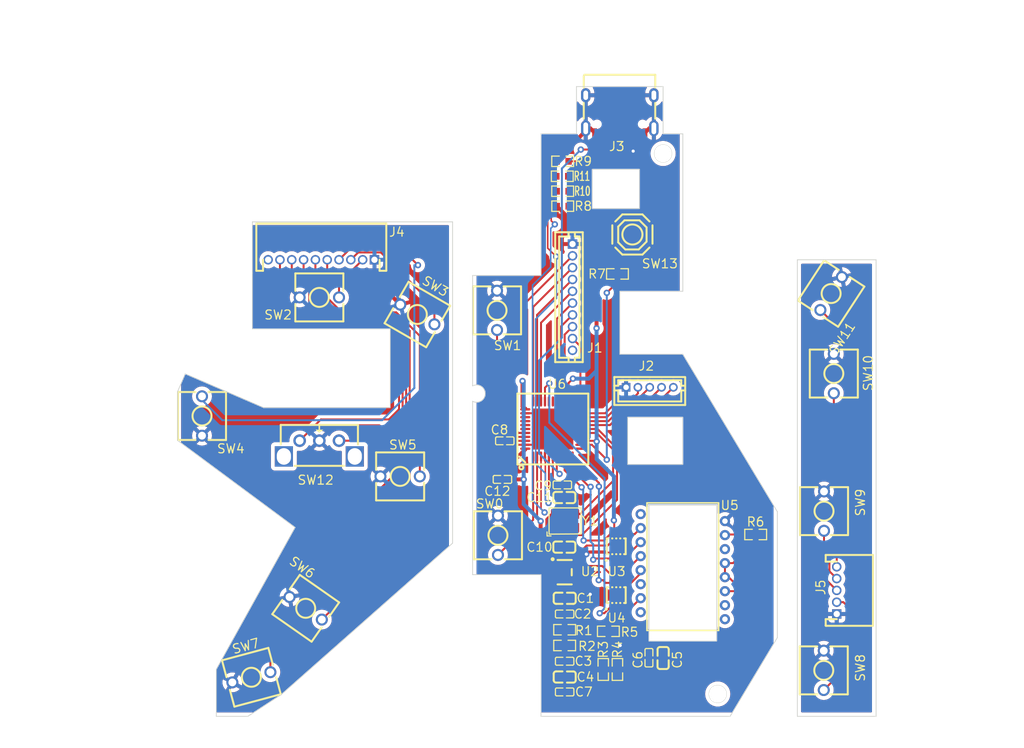
<source format=kicad_pcb>
(kicad_pcb (version 20221018) (generator pcbnew)
  (layers (0 "F.Cu" signal) (31 "B.Cu" signal) (34 "B.Paste" user) (35 "F.Paste" user) (36 "B.SilkS" user "B.Silkscreen") (37 "F.SilkS" user "F.Silkscreen") (38 "B.Mask" user) (39 "F.Mask" user) (44 "Edge.Cuts" user))
  (net 0 "")
  (net 1 "GND")
  (net 2 "RE0B")
  (net 3 "RE0A")
  (net 4 "NCS")
  (net 5 "MOSI")
  (net 6 "MISO")
  (net 7 "SCLK")
  (net 8 "VCC")
  (net 9 "RESET")
  (net 10 "Net-(U2-FB)")
  (net 11 "Net-(U2-OUT)")
  (net 12 "NCS1.9V")
  (net 13 "SCLK1.9V")
  (net 14 "MISO1.9V")
  (net 15 "MOSI1.9V")
  (net 16 "Net-(U5-VDDPIX)")
  (net 17 "Net-(U5-~{RESET})")
  (net 19 "Net-(U5-LED_P)")
  (net 20 "SW8")
  (net 21 "SW6")
  (net 22 "SW5")
  (net 23 "SW7")
  (net 24 "SW4")
  (net 25 "SW3")
  (net 26 "SW2")
  (net 27 "SW1")
  (net 28 "SW0")
  (net 29 "SW9")
  (net 30 "SW10")
  (net 31 "SW11")
  (net 32 "D-")
  (net 33 "D+")
  (net 34 "Net-(J3-CC1)")
  (net 35 "Net-(J3-CC2)")
  (net 36 "Net-(U6-XTAL1)")
  (net 37 "Net-(U6-XTAL2)")
  (net 38 "Net-(U6-AREF)")
  (net 39 "Net-(U6-UCAP)")
  (net 40 "VBUS")
  (net 49 "SW3_F")
  (net 50 "SW2_F")
  (net 51 "SW7_F")
  (net 52 "SW11_B")
  (net 53 "SW4_F")
  (net 54 "SW5_F")
  (net 55 "SW6_F")
  (net 56 "SW8_B")
  (net 57 "SW9_B")
  (net 58 "SW10_B")
  (net 59 "RE0A_F")
  (net 60 "RE0B_F")
  (net 66 "Net-(J3-D--Pad5)")
  (net 67 "Net-(J3-D+-Pad6)")
  (footprint "0:C0402" (layer "F.Cu") (at 121.388 107.6)
    (fp_text reference "C9")
    (fp_text value "1uF" hide)
  )
  (footprint "0:TPS73601DBVR C59200" (layer "F.Cu") (at 121.683 118.69 180)
    (fp_text reference "U2")
    (fp_text value "TPS73601DBV" hide)
  )
  (footprint "0:C0603" (layer "F.Cu") (at 134.183 129.6 -90)
    (fp_text reference "C5")
    (fp_text value "10uF" hide)
  )
  (footprint "0:SW-TH_L6.2-W6.2-P5.00" (layer "F.Cu") (at 155.854 93.455 -90)
    (fp_text reference "SW10")
    (fp_text value "SW_PUSH" hide)
  )
  (footprint "0:C0402" (layer "F.Cu") (at 114.083 102 180)
    (fp_text reference "C8")
    (fp_text value "0.1uF" hide)
  )
  (footprint "0:CONN-TH_S5B-ZR-LF-SN" (layer "F.Cu") (at 156.223 121 90)
    (fp_text reference "J5")
    (fp_text value "Conn_01x05_Pin" hide)
  )
  (footprint "0:R0603" (layer "F.Cu") (at 128.383 131.047 -90)
    (fp_text reference "R4")
    (fp_text value "10k" hide)
  )
  (footprint "0:R0603" (layer "F.Cu") (at 121.383 68.39)
    (fp_text reference "R11")
    (fp_text value "22" hide)
  )
  (footprint "0:SW-TH_L6.2-W6.2-P5.00" (layer "F.Cu") (at 102.983 85.952 -30)
    (fp_text reference "SW3")
    (fp_text value "SW_PUSH" hide)
  )
  (footprint "0:SW-TH_L6.2-W6.2-P5.00" (layer "F.Cu") (at 154.577 131.161 -90)
    (fp_text reference "SW8")
    (fp_text value "SW_PUSH" hide)
  )
  (footprint "0:C0402" (layer "F.Cu") (at 121.683 130 180)
    (fp_text reference "C3")
    (fp_text value "0.1uF" hide)
  )
  (footprint "0:hole 2.2mm" (layer "F.Cu") (at 141.116 134.163)
    (fp_text reference "REF**" hide)
    (fp_text value "hole 2.2mm" hide)
  )
  (footprint "0:R0603" (layer "F.Cu") (at 121.43 66.49)
    (fp_text reference "R9")
    (fp_text value "5.1k" hide)
  )
  (footprint "0:R0603" (layer "F.Cu") (at 121.683 128 180)
    (fp_text reference "R2")
    (fp_text value "63.4k" hide)
  )
  (footprint "PMW3360DM-T2QU:PMW3360" (layer "F.Cu") (at 136.683 117.985 180)
    (fp_text reference "U5")
    (fp_text value "PMW3360DM-T2QU" hide)
    (fp_line (start -4.445 -7.9375) (end 4.445 -7.9375) (stroke (width 0.01)) (layer "Edge.Cuts"))
    (fp_line (start -4.445 7.9375) (end -4.445 -7.9375) (stroke (width 0.01)) (layer "Edge.Cuts"))
    (fp_line (start 4.445 -7.9375) (end 4.445 7.9375) (stroke (width 0.01)) (layer "Edge.Cuts"))
    (fp_line (start 4.445 7.9375) (end -4.445 7.9375) (stroke (width 0.01)) (layer "Edge.Cuts"))
  )
  (footprint "0:R0603" (layer "F.Cu") (at 127.233 126.2 180)
    (fp_text reference "R5")
    (fp_text value "39" hide)
  )
  (footprint "0:C0603" (layer "F.Cu") (at 121.633 115.5 180)
    (fp_text reference "C10")
    (fp_text value "22p" hide)
  )
  (footprint "0:SW-TH_L6.2-W6.2-P5.00" (layer "F.Cu") (at 154.611 110.931 -90)
    (fp_text reference "SW9")
    (fp_text value "SW_PUSH" hide)
  )
  (footprint "0:hole 2.2mm" (layer "F.Cu") (at 134.183 65.5)
    (fp_text reference "REF**" hide)
    (fp_text value "hole 2.2mm" hide)
  )
  (footprint "0:SW-TH_CEN971112R02" (layer "F.Cu") (at 90.54 102.982 180)
    (fp_text reference "SW12")
    (fp_text value "RotaryEncoder" hide)
  )
  (footprint "0:SW-TH_L6.2-W6.2-P5.00" (layer "F.Cu") (at 88.809 123.275 -35)
    (fp_text reference "SW6")
    (fp_text value "SW_PUSH" hide)
  )
  (footprint "0:R0603" (layer "F.Cu") (at 145.933 113.9 180)
    (fp_text reference "R6")
    (fp_text value "10k" hide)
  )
  (footprint "0:R0603" (layer "F.Cu") (at 121.43 70.29)
    (fp_text reference "R10")
    (fp_text value "22" hide)
  )
  (footprint "0:SW-SMD_4P-L5.1-W5.1-P3.70-LS6.5-TL-2" (layer "F.Cu") (at 130.283 75.79)
    (fp_text reference "SW13")
    (fp_text value "SW_RESET" hide)
  )
  (footprint "0:C0402" (layer "F.Cu") (at 121.683 133.9 180)
    (fp_text reference "C7")
    (fp_text value "0.1uF" hide)
  )
  (footprint "0:SW-TH_L6.2-W6.2-P5.00" (layer "F.Cu") (at 81.912 132.038 15)
    (fp_text reference "SW7")
    (fp_text value "SW_PUSH" hide)
  )
  (footprint "0:SW-TH_L6.2-W6.2-P5.00" (layer "F.Cu") (at 113.217 114 -90)
    (fp_text reference "SW0")
    (fp_text value "SW_PUSH" hide)
  )
  (footprint "0:TXS0102DCUR C53434" (layer "F.Cu") (at 128.233 115.4)
    (fp_text reference "U3")
    (fp_text value "TXS0102DCU" hide)
  )
  (footprint "0:CONN-TH_5P-P1.50_B5B-ZR-LF-SN" (layer "F.Cu") (at 132.483 95.2)
    (fp_text reference "J2")
    (fp_text value "Conn_01x05_Pin" hide)
  )
  (footprint "0:ATMEGA32U4-MU VQFN-44_L7.0-W7.0-P0.50-BL-EP5.2" (layer "F.Cu") (at 120.183 100.5)
    (fp_text reference "U6")
    (fp_text value "ATmega32U4-M" hide)
  )
  (footprint "0:C0603" (layer "F.Cu") (at 121.683 132 180)
    (fp_text reference "C4")
    (fp_text value "10uF" hide)
  )
  (footprint "0:Crystals ROHS 16MHz OSC-SMD_4P-L3.2-W2.5-BL" (layer "F.Cu") (at 121.733 112.175)
    (fp_text reference "Y1")
    (fp_text value "16MHz" hide)
  )
  (footprint "0:C0603" (layer "F.Cu") (at 121.683 122 180)
    (fp_text reference "C1")
    (fp_text value "10uF" hide)
  )
  (footprint "0:R0603" (layer "F.Cu") (at 121.436 72.19)
    (fp_text reference "R8")
    (fp_text value "5.1k" hide)
  )
  (footprint "0:USB-C-SMD_TYPE-C-6PIN-2MD-073" (layer "F.Cu") (at 128.683 60.475 180)
    (fp_text reference "J3")
    (fp_text value "USB_C_Receptacle_USB2.0" hide)
  )
  (footprint "0:SW-TH_L6.2-W6.2-P5.00" (layer "F.Cu") (at 113.1 85.428 -90)
    (fp_text reference "SW1")
    (fp_text value "SW_PUSH" hide)
  )
  (footprint "0:CONN-TH_S10B-ZR-LF-SN" (layer "F.Cu") (at 94.54 79 180)
    (fp_text reference "J4")
    (fp_text value "Conn_01x10_Pin" hide)
  )
  (footprint "0:SW-TH_L6.2-W6.2-P5.00" (layer "F.Cu") (at 100.797 106.519)
    (fp_text reference "SW5")
    (fp_text value "SW_PUSH" hide)
  )
  (footprint "0:C0402" (layer "F.Cu") (at 132.383 129.555 -90)
    (fp_text reference "C6")
    (fp_text value "0.1uF" hide)
  )
  (footprint "0:C0402" (layer "F.Cu") (at 121.683 124 180)
    (fp_text reference "C2")
    (fp_text value "0.1uF" hide)
  )
  (footprint "0:SW-TH_L6.2-W6.2-P5.00" (layer "F.Cu") (at 155.513 83.29 -123.125)
    (fp_text reference "SW11")
    (fp_text value "SW_PUSH" hide)
  )
  (footprint "0:R0603" (layer "F.Cu") (at 126.583 131.047 -90)
    (fp_text reference "R3")
    (fp_text value "10k" hide)
  )
  (footprint "0:CONN-TH_B10B-ZR-LF-SN" (layer "F.Cu") (at 122.683 83.75 90)
    (fp_text reference "J1")
    (fp_text value "Conn_01x10_Pin" hide)
  )
  (footprint "0:TXS0102DCUR C53434" (layer "F.Cu") (at 128.233 121.6)
    (fp_text reference "U4")
    (fp_text value "TXS0102DCU" hide)
  )
  (footprint "0:C0603" (layer "F.Cu") (at 121.633 109.2 180)
    (fp_text reference "C11")
    (fp_text value "22p" hide)
  )
  (footprint "0:R0603" (layer "F.Cu") (at 128.386 80.8 180)
    (fp_text reference "R7")
    (fp_text value "10k" hide)
  )
  (footprint "0:R0603" (layer "F.Cu") (at 121.683 126 180)
    (fp_text reference "R1")
    (fp_text value "37.4k" hide)
  )
  (footprint "0:SW-TH_L6.2-W6.2-P5.00" (layer "F.Cu") (at 90.54 83.782)
    (fp_text reference "SW2")
    (fp_text value "SW_PUSH" hide)
  )
  (footprint "0:C0402" (layer "F.Cu") (at 113.783 106.9 180)
    (fp_text reference "C12")
    (fp_text value "0.1uF" hide)
  )
  (footprint "0:SW-TH_L6.2-W6.2-P5.00" (layer "F.Cu") (at 75.645 98.846 90)
    (fp_text reference "SW4")
    (fp_text value "SW_PUSH" hide)
  )
  (gr_line (start 123.183 57) (end 134.183 57) (stroke (width 0.1)) (layer "Edge.Cuts"))
  (gr_line (start 125.183 72.5) (end 125.183 67.5) (stroke (width 0.1)) (layer "Edge.Cuts"))
  (gr_line (start 99.54 87.782) (end 99.54 97.782) (stroke (width 0.1)) (layer "Edge.Cuts"))
  (gr_line (start 128.683 91) (end 136.683 91) (stroke (width 0.1)) (layer "Edge.Cuts"))
  (gr_line (start 131.183 67.5) (end 131.183 72.5) (stroke (width 0.1)) (layer "Edge.Cuts"))
  (gr_line (start 151.223 137) (end 161.223 137) (stroke (width 0.1)) (layer "Edge.Cuts"))
  (gr_line (start 151.223 79) (end 151.223 137) (stroke (width 0.1)) (layer "Edge.Cuts"))
  (gr_line (start 136.683 83) (end 128.683 83) (stroke (width 0.1)) (layer "Edge.Cuts"))
  (gr_arc (start 110 95.020001) (mid 111.600181 96) (end 110 96.979999) (stroke (width 0.1)) (layer "Edge.Cuts"))
  (gr_line (start 73.518 93.49) (end 72.545 95.746) (stroke (width 0.1)) (layer "Edge.Cuts"))
  (gr_line (start 125.183 72.5) (end 131.183 72.5) (stroke (width 0.1)) (layer "Edge.Cuts"))
  (gr_line (start 123.183 63) (end 123.183 57) (stroke (width 0.1)) (layer "Edge.Cuts"))
  (gr_line (start 107.46 80.682) (end 107.46 115) (stroke (width 0.1)) (layer "Edge.Cuts"))
  (gr_line (start 77.46 137) (end 81.46 137) (stroke (width 0.1)) (layer "Edge.Cuts"))
  (gr_line (start 110 81) (end 110 95.02) (stroke (width 0.1)) (layer "Edge.Cuts"))
  (gr_line (start 118.683 137) (end 118.683 119) (stroke (width 0.1)) (layer "Edge.Cuts"))
  (gr_line (start 129.683 99) (end 136.683 99) (stroke (width 0.1)) (layer "Edge.Cuts"))
  (gr_line (start 77.46 131.027) (end 77.46 137) (stroke (width 0.1)) (layer "Edge.Cuts"))
  (gr_line (start 132.383 127.44) (end 132.383 110.18) (stroke (width 0.1)) (layer "Edge.Cuts"))
  (gr_line (start 82.04 80.682) (end 82.04 74.182) (stroke (width 0.1)) (layer "Edge.Cuts"))
  (gr_line (start 72.545 95.746) (end 72.545 101.946) (stroke (width 0.1)) (layer "Edge.Cuts"))
  (gr_line (start 161.223 79) (end 151.223 79) (stroke (width 0.1)) (layer "Edge.Cuts"))
  (gr_circle (center 134.183 65.5) (end 135.283 65.5) (stroke (width 0.1)) (fill none) (layer "Edge.Cuts"))
  (gr_line (start 107.46 80.682) (end 107.46 74.182) (stroke (width 0.1)) (layer "Edge.Cuts"))
  (gr_line (start 87.46 113) (end 77.46 131.027) (stroke (width 0.1)) (layer "Edge.Cuts"))
  (gr_line (start 85.709 134.23) (end 107.46 115) (stroke (width 0.1)) (layer "Edge.Cuts"))
  (gr_line (start 148.683 127) (end 142.683 137) (stroke (width 0.1)) (layer "Edge.Cuts"))
  (gr_line (start 82.04 87.782) (end 99.54 87.782) (stroke (width 0.1)) (layer "Edge.Cuts"))
  (gr_line (start 118.683 119) (end 110 119) (stroke (width 0.1)) (layer "Edge.Cuts"))
  (gr_line (start 83.46 97.782) (end 73.518 93.49) (stroke (width 0.1)) (layer "Edge.Cuts"))
  (gr_line (start 136.683 91) (end 148.683 111) (stroke (width 0.1)) (layer "Edge.Cuts"))
  (gr_line (start 72.545 101.946) (end 87.46 113) (stroke (width 0.1)) (layer "Edge.Cuts"))
  (gr_line (start 140.983 110.18) (end 140.983 127.44) (stroke (width 0.1)) (layer "Edge.Cuts"))
  (gr_circle (center 141.116 134.163) (end 142.216 134.163) (stroke (width 0.1)) (fill none) (layer "Edge.Cuts"))
  (gr_line (start 132.383 127.44) (end 140.983 127.44) (stroke (width 0.1)) (layer "Edge.Cuts"))
  (gr_line (start 161.223 137) (end 161.223 79) (stroke (width 0.1)) (layer "Edge.Cuts"))
  (gr_line (start 136.683 63) (end 136.683 83) (stroke (width 0.1)) (layer "Edge.Cuts"))
  (gr_line (start 118.683 81) (end 118.683 63) (stroke (width 0.1)) (layer "Edge.Cuts"))
  (gr_line (start 134.183 63) (end 136.683 63) (stroke (width 0.1)) (layer "Edge.Cuts"))
  (gr_line (start 148.683 111) (end 148.683 127) (stroke (width 0.1)) (layer "Edge.Cuts"))
  (gr_line (start 128.683 83) (end 128.683 91) (stroke (width 0.1)) (layer "Edge.Cuts"))
  (gr_line (start 136.683 105) (end 129.683 105) (stroke (width 0.1)) (layer "Edge.Cuts"))
  (gr_line (start 132.383 110.18) (end 140.983 110.18) (stroke (width 0.1)) (layer "Edge.Cuts"))
  (gr_line (start 134.183 57) (end 134.183 63) (stroke (width 0.1)) (layer "Edge.Cuts"))
  (gr_line (start 118.683 137) (end 142.683 137) (stroke (width 0.1)) (layer "Edge.Cuts"))
  (gr_line (start 136.683 99) (end 136.683 105) (stroke (width 0.1)) (layer "Edge.Cuts"))
  (gr_line (start 110 81) (end 118.683 81) (stroke (width 0.1)) (layer "Edge.Cuts"))
  (gr_line (start 81.46 137) (end 85.709 134.23) (stroke (width 0.1)) (layer "Edge.Cuts"))
  (gr_line (start 107.46 74.182) (end 82.04 74.182) (stroke (width 0.1)) (layer "Edge.Cuts"))
  (gr_line (start 110 119) (end 110 96.98) (stroke (width 0.1)) (layer "Edge.Cuts"))
  (gr_line (start 118.683 63) (end 123.183 63) (stroke (width 0.1)) (layer "Edge.Cuts"))
  (gr_line (start 82.04 80.682) (end 82.04 87.782) (stroke (width 0.1)) (layer "Edge.Cuts"))
  (gr_line (start 99.54 97.782) (end 83.46 97.782) (stroke (width 0.1)) (layer "Edge.Cuts"))
  (gr_line (start 125.183 67.5) (end 131.183 67.5) (stroke (width 0.1)) (layer "Edge.Cuts"))
  (gr_line (start 129.683 105) (end 129.683 99) (stroke (width 0.1)) (layer "Edge.Cuts"))
  (segment (start 120.833 111.3) (end 120.633 111.3) (width 0.5) (layer "F.Cu") (net 1))
  (segment (start 97.54 79) (end 97.54 81.424064) (width 0.5) (layer "F.Cu") (net 1))
  (segment (start 119.683 104) (end 119.683 107.95) (width 0.25) (layer "F.Cu") (net 1))
  (segment (start 127.846 116.2) (end 124.633 116.2) (width 0.25) (layer "F.Cu") (net 1))
  (segment (start 124.933 62.3) (end 125.483 62.85) (width 0.5) (layer "F.Cu") (net 1))
  (segment (start 113.908 102.595) (end 113.538 102.225) (width 0.25) (layer "F.Cu") (net 1))
  (segment (start 115.253 102.595) (end 113.908 102.595) (width 0.25) (layer "F.Cu") (net 1))
  (segment (start 97.54 81.424064) (end 100.817936 84.702) (width 0.5) (layer "F.Cu") (net 1))
  (segment (start 124.358 62.625) (end 124.358 62.3) (width 0.5) (layer "F.Cu") (net 1))
  (segment (start 118.183 102.5) (end 120.183 100.5) (width 0.25) (layer "F.Cu") (net 1))
  (segment (start 119.683 107.95) (end 120.933 109.2) (width 0.25) (layer "F.Cu") (net 1))
  (segment (start 119.483 112) (end 120.183 111.3) (width 0.5) (layer "F.Cu") (net 1))
  (segment (start 124.633 116.2) (end 124.433 116.4) (width 0.25) (layer "F.Cu") (net 1))
  (segment (start 120.93 128) (end 120.077 127.147) (width 0.5) (layer "F.Cu") (net 1))
  (segment (start 132.583 130.3) (end 132.383 130.1) (width 0.5) (layer "F.Cu") (net 1))
  (segment (start 120.933 111) (end 120.633 111.3) (width 0.5) (layer "F.Cu") (net 1))
  (segment (start 120.077 125.061) (end 121.138 124) (width 0.5) (layer "F.Cu") (net 1))
  (segment (start 121.933 107.6) (end 121.933 108.075) (width 0.5) (layer "F.Cu") (net 1))
  (segment (start 119.683 101) (end 120.183 100.5) (width 0.25) (layer "F.Cu") (net 1))
  (segment (start 119.683 104) (end 119.683 101) (width 0.25) (layer "F.Cu") (net 1))
  (segment (start 122.833 113) (end 122.433 112.6) (width 0.5) (layer "F.Cu") (net 1))
  (segment (start 121.933 108.075) (end 120.933 109.075) (width 0.5) (layer "F.Cu") (net 1))
  (segment (start 126.946 121.5) (end 127.979 122.533) (width 0.25) (layer "F.Cu") (net 1))
  (segment (start 120.677 66.306) (end 124.358 62.625) (width 0.5) (layer "F.Cu") (net 1))
  (segment (start 127.979 116.333) (end 127.846 116.2) (width 0.25) (layer "F.Cu") (net 1))
  (segment (start 127.979 116.95) (end 127.979 116.333) (width 0.25) (layer "F.Cu") (net 1))
  (segment (start 120.93 128) (end 120.293 128.637) (width 0.5) (layer "F.Cu") (net 1))
  (segment (start 122.133 112.6) (end 120.833 111.3) (width 0.5) (layer "F.Cu") (net 1))
  (segment (start 122.683 74.19) (end 122.683 77) (width 0.5) (layer "F.Cu") (net 1))
  (segment (start 120.677 66.49) (end 120.677 66.306) (width 0.5) (layer "F.Cu") (net 1))
  (segment (start 120.077 127.147) (end 120.077 125.061) (width 0.5) (layer "F.Cu") (net 1))
  (segment (start 115.348 102.5) (end 115.253 102.595) (width 0.25) (layer "F.Cu") (net 1))
  (segment (start 122.833 113.05) (end 122.833 113) (width 0.5) (layer "F.Cu") (net 1))
  (segment (start 120.293 131.31) (end 120.983 132) (width 0.5) (layer "F.Cu") (net 1))
  (segment (start 120.683 72.19) (end 122.683 74.19) (width 0.5) (layer "F.Cu") (net 1))
  (segment (start 134.183 130.3) (end 132.583 130.3) (width 0.5) (layer "F.Cu") (net 1))
  (segment (start 116.683 102.5) (end 118.183 102.5) (width 0.25) (layer "F.Cu") (net 1))
  (segment (start 120.933 115.45) (end 119.483 114) (width 0.5) (layer "F.Cu") (net 1))
  (segment (start 131.883 63.7) (end 130.383 65.2) (width 0.5) (layer "F.Cu") (net 1))
  (segment (start 122.433 112.6) (end 122.133 112.6) (width 0.5) (layer "F.Cu") (net 1))
  (segment (start 120.383 118.69) (end 119.633 118.69) (width 0.5) (layer "F.Cu") (net 1))
  (segment (start 133.008 62.3) (end 132.433 62.3) (width 0.5) (layer "F.Cu") (net 1))
  (segment (start 120.933 109.2) (end 120.933 111) (width 0.5) (layer "F.Cu") (net 1))
  (segment (start 124.358 62.3) (end 124.933 62.3) (width 0.5) (layer "F.Cu") (net 1))
  (segment (start 132.433 62.3) (end 131.883 62.85) (width 0.5) (layer "F.Cu") (net 1))
  (segment (start 118.183 98.5) (end 120.183 100.5) (width 0.25) (layer "F.Cu") (net 1))
  (segment (start 116.683 102.5) (end 115.348 102.5) (width 0.25) (layer "F.Cu") (net 1))
  (segment (start 119.483 114) (end 119.483 112) (width 0.5) (layer "F.Cu") (net 1))
  (segment (start 122.683 98) (end 120.183 100.5) (width 0.25) (layer "F.Cu") (net 1))
  (segment (start 113.538 102.225) (end 113.538 102) (width 0.25) (layer "F.Cu") (net 1))
  (segment (start 124.358 62.7) (end 124.358 62.809) (width 0.5) (layer "F.Cu") (net 1))
  (segment (start 120.933 109.075) (end 120.933 109.2) (width 0.5) (layer "F.Cu") (net 1))
  (segment (start 131.883 62.85) (end 131.883 63.7) (width 0.5) (layer "F.Cu") (net 1))
  (segment (start 124.933 121.5) (end 126.946 121.5) (width 0.25) (layer "F.Cu") (net 1))
  (segment (start 119.233 119.09) (end 119.233 120.25) (width 0.5) (layer "F.Cu") (net 1))
  (segment (start 127.979 122.533) (end 127.979 123.15) (width 0.25) (layer "F.Cu") (net 1))
  (segment (start 123.683 101.5) (end 121.183 101.5) (width 0.25) (layer "F.Cu") (net 1))
  (segment (start 120.183 111.3) (end 120.633 111.3) (width 0.5) (layer "F.Cu") (net 1))
  (segment (start 122.683 97) (end 122.683 98) (width 0.25) (layer "F.Cu") (net 1))
  (segment (start 119.633 118.69) (end 119.233 119.09) (width 0.5) (layer "F.Cu") (net 1))
  (segment (start 116.683 98.5) (end 118.183 98.5) (width 0.25) (layer "F.Cu") (net 1))
  (segment (start 122.783 113.05) (end 122.633 112.9) (width 0.5) (layer "F.Cu") (net 1))
  (segment (start 119.233 120.25) (end 120.983 122) (width 0.5) (layer "F.Cu") (net 1))
  (segment (start 120.933 115.5) (end 120.933 115.45) (width 0.5) (layer "F.Cu") (net 1))
  (segment (start 120.293 128.637) (end 120.293 131.31) (width 0.5) (layer "F.Cu") (net 1))
  (segment (start 121.183 101.5) (end 120.183 100.5) (width 0.25) (layer "F.Cu") (net 1))
  (via (at 130.383 65.2) (size 0.8) (drill 0.4) (layers "F.Cu" "B.Cu") (net 1))
  (via (at 128.733 128) (size 0.8) (drill 0.4) (layers "F.Cu" "B.Cu") (net 1))
  (via (at 124.933 121.5) (size 0.8) (drill 0.4) (layers "F.Cu" "B.Cu") (net 1))
  (via (at 124.433 116.4) (size 0.8) (drill 0.4) (layers "F.Cu" "B.Cu") (net 1))
  (segment (start 123.683 90) (end 123.683 98) (width 0.25) (layer "F.Cu") (net 2))
  (segment (start 122.683 89) (end 123.683 90) (width 0.25) (layer "F.Cu") (net 2))
  (segment (start 121.683 88.5) (end 121.683 97) (width 0.25) (layer "F.Cu") (net 3))
  (segment (start 122.683 87.5) (end 121.683 88.5) (width 0.25) (layer "F.Cu") (net 3))
  (segment (start 126.721 123.9) (end 127.471 123.15) (width 0.25) (layer "F.Cu") (net 4))
  (segment (start 119.183 97) (end 119.183 95.25) (width 0.25) (layer "F.Cu") (net 4))
  (segment (start 126.133 123.9) (end 126.721 123.9) (width 0.25) (layer "F.Cu") (net 4))
  (segment (start 119.183 95.25) (end 119.733 94.7) (width 0.25) (layer "F.Cu") (net 4))
  (via (at 119.733 94.7) (size 0.8) (drill 0.4) (layers "F.Cu" "B.Cu") (net 4))
  (via (at 126.133 123.9) (size 0.8) (drill 0.4) (layers "F.Cu" "B.Cu") (net 4))
  (segment (start 126.733 123.3) (end 126.733 108.125305) (width 0.25) (layer "B.Cu") (net 4))
  (segment (start 126.133 123.9) (end 126.733 123.3) (width 0.25) (layer "B.Cu") (net 4))
  (segment (start 126.758 108.100305) (end 126.758 106.725) (width 0.25) (layer "B.Cu") (net 4))
  (segment (start 126.733 108.125305) (end 126.758 108.100305) (width 0.25) (layer "B.Cu") (net 4))
  (segment (start 119.733 99.7) (end 119.733 94.7) (width 0.25) (layer "B.Cu") (net 4))
  (segment (start 126.758 106.725) (end 119.733 99.7) (width 0.25) (layer "B.Cu") (net 4))
  (segment (start 124.970701 107.837701) (end 124.796006 107.837701) (width 0.25) (layer "F.Cu") (net 5))
  (segment (start 122.183 105.224695) (end 122.183 104) (width 0.25) (layer "F.Cu") (net 5))
  (segment (start 125.4585 116.95) (end 127.437 116.95) (width 0.25) (layer "F.Cu") (net 5))
  (segment (start 125.3085 117.1) (end 125.4585 116.95) (width 0.25) (layer "F.Cu") (net 5))
  (segment (start 124.796006 107.837701) (end 122.183 105.224695) (width 0.25) (layer "F.Cu") (net 5))
  (via (at 125.3085 117.1) (size 0.8) (drill 0.4) (layers "F.Cu" "B.Cu") (net 5))
  (via (at 124.970701 107.837701) (size 0.8) (drill 0.4) (layers "F.Cu" "B.Cu") (net 5))
  (segment (start 125.3085 117.1) (end 125.3085 115.141832) (width 0.25) (layer "B.Cu") (net 5))
  (segment (start 124.970701 114.804033) (end 124.970701 107.837701) (width 0.25) (layer "B.Cu") (net 5))
  (segment (start 125.3085 115.141832) (end 124.970701 114.804033) (width 0.25) (layer "B.Cu") (net 5))
  (segment (start 126.533 119.7) (end 126.883 120.05) (width 0.25) (layer "F.Cu") (net 6))
  (segment (start 126.033 107.35) (end 122.683 104) (width 0.25) (layer "F.Cu") (net 6))
  (segment (start 126.033 107.8) (end 126.033 107.35) (width 0.25) (layer "F.Cu") (net 6))
  (segment (start 126.0085 119.7) (end 126.533 119.7) (width 0.25) (layer "F.Cu") (net 6))
  (segment (start 126.883 120.05) (end 127.471 120.05) (width 0.25) (layer "F.Cu") (net 6))
  (via (at 126.0085 119.7) (size 0.8) (drill 0.4) (layers "F.Cu" "B.Cu") (net 6))
  (via (at 126.033 107.8) (size 0.8) (drill 0.4) (layers "F.Cu" "B.Cu") (net 6))
  (segment (start 126.0085 119.7) (end 126.033 119.6755) (width 0.25) (layer "B.Cu") (net 6))
  (segment (start 126.033 119.6755) (end 126.033 107.8) (width 0.25) (layer "B.Cu") (net 6))
  (segment (start 127.437 113.884) (end 127.437 113.85) (width 0.25) (layer "F.Cu") (net 7))
  (segment (start 126.658678 114.662322) (end 127.437 113.884) (width 0.25) (layer "F.Cu") (net 7))
  (segment (start 124.087107 114.662322) (end 126.658678 114.662322) (width 0.25) (layer "F.Cu") (net 7))
  (segment (start 121.683 105.749294) (end 121.683 104) (width 0.25) (layer "F.Cu") (net 7))
  (segment (start 123.833353 107.899647) (end 121.683 105.749294) (width 0.25) (layer "F.Cu") (net 7))
  (via (at 124.087107 114.662322) (size 0.8) (drill 0.4) (layers "F.Cu" "B.Cu") (net 7))
  (via (at 123.833353 107.899647) (size 0.8) (drill 0.4) (layers "F.Cu" "B.Cu") (net 7))
  (segment (start 124.033 114.608215) (end 124.033 108.099294) (width 0.25) (layer "B.Cu") (net 7))
  (segment (start 124.087107 114.662322) (end 124.033 114.608215) (width 0.25) (layer "B.Cu") (net 7))
  (segment (start 124.033 108.099294) (end 123.833353 107.899647) (width 0.25) (layer "B.Cu") (net 7))
  (segment (start 114.328 106.9) (end 114.328 105.455) (width 0.5) (layer "F.Cu") (net 8))
  (segment (start 127.979 113.85) (end 127.979 114.467) (width 0.25) (layer "F.Cu") (net 8))
  (segment (start 123.793 117.1) (end 122.674734 117.1) (width 0.25) (layer "F.Cu") (net 8))
  (segment (start 127.979 119.433) (end 126.446 117.9) (width 0.25) (layer "F.Cu") (net 8))
  (segment (start 125.733 87.7) (end 125.733 82.7) (width 0.5) (layer "F.Cu") (net 8))
  (segment (start 116.333 94.4) (end 116.333 97.65) (width 0.5) (layer "F.Cu") (net 8))
  (segment (start 124.593 117.9) (end 123.793 117.1) (width 0.25) (layer "F.Cu") (net 8))
  (segment (start 122.383 122) (end 122.383 123.845) (width 0.5) (layer "F.Cu") (net 8))
  (segment (start 122.674734 117.1) (end 121.023 117.1) (width 0.25) (layer "F.Cu") (net 8))
  (segment (start 123.683 102) (end 125.657598 102) (width 0.25) (layer "F.Cu") (net 8))
  (segment (start 118.183 111.75) (end 118.633 112.2) (width 0.25) (layer "F.Cu") (net 8))
  (segment (start 121.733 119.29) (end 121.383 119.64) (width 0.5) (layer "F.Cu") (net 8))
  (segment (start 121.733 118.2) (end 121.733 119.29) (width 0.5) (layer "F.Cu") (net 8))
  (segment (start 114.328 105.455) (end 116.683 103.1) (width 0.5) (layer "F.Cu") (net 8))
  (segment (start 118.633 112.2) (end 118.633 115.99) (width 0.5) (layer "F.Cu") (net 8))
  (segment (start 127.979 113.85) (end 127.979 112.146) (width 0.25) (layer "F.Cu") (net 8))
  (segment (start 121.273 117.74) (end 121.733 118.2) (width 0.5) (layer "F.Cu") (net 8))
  (segment (start 124.474734 115.3) (end 122.674734 117.1) (width 0.25) (layer "F.Cu") (net 8))
  (segment (start 122.183 97) (end 122.183 94.65) (width 0.25) (layer "F.Cu") (net 8))
  (segment (start 122.183 94.65) (end 122.733 94.1) (width 0.25) (layer "F.Cu") (net 8))
  (segment (start 116.333 97.65) (end 116.583 97.9) (width 0.5) (layer "F.Cu") (net 8))
  (segment (start 122.383 121.64) (end 120.383 119.64) (width 0.5) (layer "F.Cu") (net 8))
  (segment (start 126.446 117.9) (end 124.593 117.9) (width 0.25) (layer "F.Cu") (net 8))
  (segment (start 120.383 117.74) (end 121.273 117.74) (width 0.5) (layer "F.Cu") (net 8))
  (segment (start 127.146 115.3) (end 124.474734 115.3) (width 0.25) (layer "F.Cu") (net 8))
  (segment (start 118.183 104) (end 118.183 111.75) (width 0.25) (layer "F.Cu") (net 8))
  (segment (start 121.023 117.1) (end 120.383 117.74) (width 0.25) (layer "F.Cu") (net 8))
  (segment (start 116.583 97.9) (end 116.683 97.9) (width 0.5) (layer "F.Cu") (net 8))
  (segment (start 127.979 112.146) (end 127.933 112.1) (width 0.25) (layer "F.Cu") (net 8))
  (segment (start 125.657598 102) (end 125.745299 102.087701) (width 0.25) (layer "F.Cu") (net 8))
  (segment (start 121.383 119.64) (end 120.383 119.64) (width 0.5) (layer "F.Cu") (net 8))
  (segment (start 116.483 106.9) (end 114.328 106.9) (width 0.5) (layer "F.Cu") (net 8))
  (segment (start 122.383 123.845) (end 122.228 124) (width 0.5) (layer "F.Cu") (net 8))
  (segment (start 122.383 122) (end 122.383 121.64) (width 0.5) (layer "F.Cu") (net 8))
  (segment (start 127.979 114.467) (end 127.146 115.3) (width 0.25) (layer "F.Cu") (net 8))
  (segment (start 125.733 82.7) (end 127.633 80.8) (width 0.5) (layer "F.Cu") (net 8))
  (segment (start 127.979 120.05) (end 127.979 119.433) (width 0.25) (layer "F.Cu") (net 8))
  (segment (start 118.633 115.99) (end 120.383 117.74) (width 0.5) (layer "F.Cu") (net 8))
  (via (at 116.483 106.9) (size 0.8) (drill 0.4) (layers "F.Cu" "B.Cu") (net 8))
  (via (at 125.733 87.7) (size 0.8) (drill 0.4) (layers "F.Cu" "B.Cu") (net 8))
  (via (at 116.333 94.4) (size 0.8) (drill 0.4) (layers "F.Cu" "B.Cu") (net 8))
  (via (at 118.633 112.2) (size 0.8) (drill 0.4) (layers "F.Cu" "B.Cu") (net 8))
  (via (at 122.733 94.1) (size 0.8) (drill 0.4) (layers "F.Cu" "B.Cu") (net 8))
  (via (at 127.933 112.1) (size 0.8) (drill 0.4) (layers "F.Cu" "B.Cu") (net 8))
  (via (at 125.745299 102.087701) (size 0.8) (drill 0.4) (layers "F.Cu" "B.Cu") (net 8))
  (segment (start 125.745299 102.087701) (end 125.745299 99.686994) (width 0.5) (layer "B.Cu") (net 8))
  (segment (start 127.933 106.51) (end 127.933 112.1) (width 0.5) (layer "B.Cu") (net 8))
  (segment (start 116.483 94.55) (end 116.333 94.4) (width 0.5) (layer "B.Cu") (net 8))
  (segment (start 116.483 110.05) (end 118.633 112.2) (width 0.5) (layer "B.Cu") (net 8))
  (segment (start 124.733 94.1) (end 125.733 93.1) (width 0.5) (layer "B.Cu") (net 8))
  (segment (start 125.733 99.674695) (end 125.733 93.1) (width 0.5) (layer "B.Cu") (net 8))
  (segment (start 116.483 106.9) (end 116.483 110.05) (width 0.5) (layer "B.Cu") (net 8))
  (segment (start 125.733 93.1) (end 125.733 87.7) (width 0.5) (layer "B.Cu") (net 8))
  (segment (start 125.745299 102.087701) (end 125.745299 104.322299) (width 0.5) (layer "B.Cu") (net 8))
  (segment (start 116.483 106.9) (end 116.483 94.55) (width 0.5) (layer "B.Cu") (net 8))
  (segment (start 125.745299 104.322299) (end 127.933 106.51) (width 0.5) (layer "B.Cu") (net 8))
  (segment (start 125.745299 99.686994) (end 125.733 99.674695) (width 0.5) (layer "B.Cu") (net 8))
  (segment (start 122.733 94.1) (end 124.733 94.1) (width 0.5) (layer "B.Cu") (net 8))
  (segment (start 129.139 79.796) (end 126.983 77.64) (width 0.25) (layer "F.Cu") (net 9))
  (segment (start 127.033 83.2) (end 129.139 81.094) (width 0.25) (layer "F.Cu") (net 9))
  (segment (start 129.139 81.094) (end 129.139 80.8) (width 0.25) (layer "F.Cu") (net 9))
  (segment (start 129.139 80.8) (end 129.139 79.796) (width 0.25) (layer "F.Cu") (net 9))
  (segment (start 123.683 102.5) (end 125.133 102.5) (width 0.25) (layer "F.Cu") (net 9))
  (segment (start 125.133 102.5) (end 127.033 104.4) (width 0.25) (layer "F.Cu") (net 9))
  (via (at 127.033 104.4) (size 0.8) (drill 0.4) (layers "F.Cu" "B.Cu") (net 9))
  (via (at 127.033 83.2) (size 0.8) (drill 0.4) (layers "F.Cu" "B.Cu") (net 9))
  (segment (start 127.033 104.4) (end 127.033 83.2) (width 0.25) (layer "B.Cu") (net 9))
  (segment (start 121.138 129.298) (end 121.138 130) (width 0.25) (layer "F.Cu") (net 10))
  (segment (start 121.687 125.243) (end 120.93 126) (width 0.25) (layer "F.Cu") (net 10))
  (segment (start 123.108 124.325) (end 122.19 125.243) (width 0.25) (layer "F.Cu") (net 10))
  (segment (start 123.108 119.765) (end 123.108 124.325) (width 0.25) (layer "F.Cu") (net 10))
  (segment (start 122.19 125.243) (end 121.687 125.243) (width 0.25) (layer "F.Cu") (net 10))
  (segment (start 122.436 128) (end 121.138 129.298) (width 0.25) (layer "F.Cu") (net 10))
  (segment (start 120.93 126) (end 120.93 126.494) (width 0.25) (layer "F.Cu") (net 10))
  (segment (start 122.983 119.64) (end 123.108 119.765) (width 0.25) (layer "F.Cu") (net 10))
  (segment (start 120.93 126.494) (end 122.436 128) (width 0.25) (layer "F.Cu") (net 10))
  (segment (start 122.636 126.2) (end 122.436 126) (width 0.25) (layer "F.Cu") (net 11))
  (segment (start 126.583 130.294) (end 128.383 130.294) (width 0.25) (layer "F.Cu") (net 11))
  (segment (start 128.487 123.15) (end 128.487 123.767) (width 0.25) (layer "F.Cu") (net 11))
  (segment (start 126.289 130) (end 126.583 130.294) (width 0.25) (layer "F.Cu") (net 11))
  (segment (start 142.033 117.54) (end 142.033 119.32) (width 0.25) (layer "F.Cu") (net 11))
  (segment (start 144.983 121.8) (end 142.503 119.32) (width 0.25) (layer "F.Cu") (net 11))
  (segment (start 122.228 130) (end 126.289 130) (width 0.25) (layer "F.Cu") (net 11))
  (segment (start 128.487 113.85) (end 128.487 116.95) (width 0.25) (layer "F.Cu") (net 11))
  (segment (start 122.383 132) (end 122.383 133.745) (width 0.25) (layer "F.Cu") (net 11))
  (segment (start 128.487 123.15) (end 128.487 120.05) (width 0.25) (layer "F.Cu") (net 11))
  (segment (start 128.487 116.95) (end 128.487 120.05) (width 0.25) (layer "F.Cu") (net 11))
  (segment (start 126.48 125.774) (end 126.48 126.2) (width 0.25) (layer "F.Cu") (net 11))
  (segment (start 144.983 126.186396) (end 144.983 121.8) (width 0.25) (layer "F.Cu") (net 11))
  (segment (start 142.503 119.32) (end 142.033 119.32) (width 0.25) (layer "F.Cu") (net 11))
  (segment (start 129.114 131.025) (end 140.144396 131.025) (width 0.25) (layer "F.Cu") (net 11))
  (segment (start 123.164 129.064) (end 122.228 130) (width 0.25) (layer "F.Cu") (net 11))
  (segment (start 122.228 131.845) (end 122.383 132) (width 0.25) (layer "F.Cu") (net 11))
  (segment (start 140.144396 131.025) (end 144.983 126.186396) (width 0.25) (layer "F.Cu") (net 11))
  (segment (start 123.833 118.59) (end 123.833 124.603) (width 0.25) (layer "F.Cu") (net 11))
  (segment (start 123.164 126.728) (end 123.164 129.064) (width 0.25) (layer "F.Cu") (net 11))
  (segment (start 126.48 126.2) (end 122.636 126.2) (width 0.25) (layer "F.Cu") (net 11))
  (segment (start 128.487 123.767) (end 126.48 125.774) (width 0.25) (layer "F.Cu") (net 11))
  (segment (start 122.383 133.745) (end 122.228 133.9) (width 0.25) (layer "F.Cu") (net 11))
  (segment (start 143.046 117.54) (end 142.033 117.54) (width 0.25) (layer "F.Cu") (net 11))
  (segment (start 122.436 126) (end 123.164 126.728) (width 0.25) (layer "F.Cu") (net 11))
  (segment (start 123.833 124.603) (end 122.436 126) (width 0.25) (layer "F.Cu") (net 11))
  (segment (start 128.383 130.294) (end 129.114 131.025) (width 0.25) (layer "F.Cu") (net 11))
  (segment (start 122.983 117.74) (end 123.833 118.59) (width 0.25) (layer "F.Cu") (net 11))
  (segment (start 122.228 130) (end 122.228 131.845) (width 0.25) (layer "F.Cu") (net 11))
  (segment (start 146.686 113.9) (end 143.046 117.54) (width 0.25) (layer "F.Cu") (net 11))
  (segment (start 128.995 123.15) (end 128.995 121.169141) (width 0.25) (layer "F.Cu") (net 12))
  (segment (start 131.333 118.831141) (end 131.333 118.43) (width 0.25) (layer "F.Cu") (net 12))
  (segment (start 128.995 121.169141) (end 131.333 118.831141) (width 0.25) (layer "F.Cu") (net 12))
  (segment (start 128.995 113.85) (end 130.573 113.85) (width 0.25) (layer "F.Cu") (net 13))
  (segment (start 130.573 113.85) (end 131.333 113.09) (width 0.25) (layer "F.Cu") (net 13))
  (segment (start 128.995 120.05) (end 128.995 118.988) (width 0.25) (layer "F.Cu") (net 14))
  (segment (start 128.995 118.988) (end 131.333 116.65) (width 0.25) (layer "F.Cu") (net 14))
  (segment (start 128.995 116.95) (end 129.253 116.95) (width 0.25) (layer "F.Cu") (net 15))
  (segment (start 129.253 116.95) (end 131.333 114.87) (width 0.25) (layer "F.Cu") (net 15))
  (segment (start 143.633 121.1) (end 142.033 121.1) (width 0.25) (layer "F.Cu") (net 16))
  (segment (start 144.533 122) (end 143.633 121.1) (width 0.25) (layer "F.Cu") (net 16))
  (segment (start 144.533 126) (end 144.533 122) (width 0.25) (layer "F.Cu") (net 16))
  (segment (start 144.533 126) (end 141.633 128.9) (width 0.25) (layer "F.Cu") (net 16))
  (segment (start 141.633 128.9) (end 134.183 128.9) (width 0.25) (layer "F.Cu") (net 16))
  (segment (start 134.183 128.9) (end 132.493 128.9) (width 0.25) (layer "F.Cu") (net 16))
  (segment (start 132.493 128.9) (end 132.383 129.01) (width 0.25) (layer "F.Cu") (net 16))
  (segment (start 142.113 113.9) (end 142.033 113.98) (width 0.25) (layer "F.Cu") (net 17))
  (segment (start 145.18 113.9) (end 142.113 113.9) (width 0.25) (layer "F.Cu") (net 17))
  (segment (start 131.333 121.99) (end 129.433 123.89) (width 0.25) (layer "F.Cu") (net 19))
  (segment (start 129.433 123.89) (end 129.433 125) (width 0.25) (layer "F.Cu") (net 19))
  (segment (start 129.433 125) (end 128.233 126.2) (width 0.25) (layer "F.Cu") (net 19))
  (segment (start 128.233 126.2) (end 127.986 126.2) (width 0.25) (layer "F.Cu") (net 19))
  (segment (start 126.833 98.5) (end 123.683 98.5) (width 0.25) (layer "F.Cu") (net 20))
  (segment (start 130.983 95.2) (end 130.983 95.977817) (width 0.25) (layer "F.Cu") (net 20))
  (segment (start 130.510817 96.45) (end 128.883 96.45) (width 0.25) (layer "F.Cu") (net 20))
  (segment (start 128.883 96.45) (end 126.833 98.5) (width 0.25) (layer "F.Cu") (net 20))
  (segment (start 130.983 95.977817) (end 130.510817 96.45) (width 0.25) (layer "F.Cu") (net 20))
  (segment (start 120.683 86.5) (end 122.683 84.5) (width 0.25) (layer "F.Cu") (net 21))
  (segment (start 120.683 97) (end 120.683 86.5) (width 0.25) (layer "F.Cu") (net 21))
  (segment (start 118.683 87) (end 122.683 83) (width 0.25) (layer "F.Cu") (net 22))
  (segment (start 118.683 97) (end 118.683 87) (width 0.25) (layer "F.Cu") (net 22))
  (segment (start 121.183 87.5) (end 122.683 86) (width 0.25) (layer "F.Cu") (net 23))
  (segment (start 121.183 97) (end 121.183 87.5) (width 0.25) (layer "F.Cu") (net 23))
  (segment (start 118.183 86) (end 122.683 81.5) (width 0.25) (layer "F.Cu") (net 24))
  (segment (start 118.183 97) (end 118.183 86) (width 0.25) (layer "F.Cu") (net 24))
  (segment (start 117.683 85) (end 122.683 80) (width 0.25) (layer "F.Cu") (net 25))
  (segment (start 117.683 97) (end 117.683 85) (width 0.25) (layer "F.Cu") (net 25))
  (segment (start 115.833 101) (end 114.633 99.8) (width 0.25) (layer "F.Cu") (net 26))
  (segment (start 114.633 86.55) (end 122.683 78.5) (width 0.25) (layer "F.Cu") (net 26))
  (segment (start 116.683 101) (end 115.833 101) (width 0.25) (layer "F.Cu") (net 26))
  (segment (start 114.633 99.8) (end 114.633 86.55) (width 0.25) (layer "F.Cu") (net 26))
  (segment (start 115.696604 101.5) (end 116.683 101.5) (width 0.25) (layer "F.Cu") (net 27))
  (segment (start 113.1 98.903396) (end 115.696604 101.5) (width 0.25) (layer "F.Cu") (net 27))
  (segment (start 113.1 87.928) (end 113.1 98.903396) (width 0.25) (layer "F.Cu") (net 27))
  (segment (start 117.683 104) (end 117.683 112.034) (width 0.25) (layer "F.Cu") (net 28))
  (segment (start 117.683 112.034) (end 113.217 116.5) (width 0.25) (layer "F.Cu") (net 28))
  (segment (start 132.483 95.2) (end 130.783 96.9) (width 0.25) (layer "F.Cu") (net 29))
  (segment (start 127.033 99) (end 123.683 99) (width 0.25) (layer "F.Cu") (net 29))
  (segment (start 130.783 96.9) (end 129.133 96.9) (width 0.25) (layer "F.Cu") (net 29))
  (segment (start 129.133 96.9) (end 127.033 99) (width 0.25) (layer "F.Cu") (net 29))
  (segment (start 133.983 95.2) (end 131.833 97.35) (width 0.25) (layer "F.Cu") (net 30))
  (segment (start 131.833 97.35) (end 129.383 97.35) (width 0.25) (layer "F.Cu") (net 30))
  (segment (start 129.383 97.35) (end 127.233 99.5) (width 0.25) (layer "F.Cu") (net 30))
  (segment (start 127.233 99.5) (end 123.683 99.5) (width 0.25) (layer "F.Cu") (net 30))
  (segment (start 129.633 97.8) (end 127.433 100) (width 0.25) (layer "F.Cu") (net 31))
  (segment (start 132.883 97.8) (end 129.633 97.8) (width 0.25) (layer "F.Cu") (net 31))
  (segment (start 127.433 100) (end 123.683 100) (width 0.25) (layer "F.Cu") (net 31))
  (segment (start 135.483 95.2) (end 132.883 97.8) (width 0.25) (layer "F.Cu") (net 31))
  (segment (start 119.98 74.047) (end 119.98 70.987) (width 0.2) (layer "F.Cu") (net 32))
  (segment (start 119.133 111.1) (end 118.683 110.65) (width 0.2) (layer "F.Cu") (net 32))
  (segment (start 118.683 110.65) (end 118.683 104) (width 0.2) (layer "F.Cu") (net 32))
  (segment (start 119.98 70.987) (end 120.677 70.29) (width 0.2) (layer "F.Cu") (net 32))
  (segment (start 120.433 74.5) (end 119.98 74.047) (width 0.2) (layer "F.Cu") (net 32))
  (via (at 119.133 111.1) (size 0.8) (drill 0.4) (layers "F.Cu" "B.Cu") (net 32))
  (via (at 120.433 74.5) (size 0.8) (drill 0.4) (layers "F.Cu" "B.Cu") (net 32))
  (segment (start 117.608 82.225) (end 119.9085 79.9245) (width 0.2) (layer "B.Cu") (net 32))
  (segment (start 119.9085 75.0245) (end 120.433 74.5) (width 0.2) (layer "B.Cu") (net 32))
  (segment (start 117.608 109.575) (end 117.608 82.225) (width 0.2) (layer "B.Cu") (net 32))
  (segment (start 119.9085 79.9245) (end 119.9085 75.0245) (width 0.2) (layer "B.Cu") (net 32))
  (segment (start 119.133 111.1) (end 117.608 109.575) (width 0.2) (layer "B.Cu") (net 32))
  (segment (start 119.233 104.05) (end 119.183 104) (width 0.2) (layer "F.Cu") (net 33))
  (segment (start 120.6085 78.6) (end 119.533 77.5245) (width 0.2) (layer "F.Cu") (net 33))
  (segment (start 119.633 109.9) (end 119.233 109.5) (width 0.2) (layer "F.Cu") (net 33))
  (segment (start 119.233 109.5) (end 119.233 104.05) (width 0.2) (layer "F.Cu") (net 33))
  (segment (start 119.533 69.487) (end 120.63 68.39) (width 0.2) (layer "F.Cu") (net 33))
  (segment (start 119.533 77.5245) (end 119.533 69.487) (width 0.2) (layer "F.Cu") (net 33))
  (via (at 119.633 109.9) (size 0.8) (drill 0.4) (layers "F.Cu" "B.Cu") (net 33))
  (via (at 120.6085 78.6) (size 0.8) (drill 0.4) (layers "F.Cu" "B.Cu") (net 33))
  (segment (start 120.633 83.9) (end 120.633 78.6245) (width 0.2) (layer "B.Cu") (net 33))
  (segment (start 119.633 109.9) (end 119.233 109.5) (width 0.2) (layer "B.Cu") (net 33))
  (segment (start 120.633 78.6245) (end 120.6085 78.6) (width 0.2) (layer "B.Cu") (net 33))
  (segment (start 119.233 106.13555) (end 118.008 104.91055) (width 0.2) (layer "B.Cu") (net 33))
  (segment (start 118.008 104.91055) (end 118.008 86.525) (width 0.2) (layer "B.Cu") (net 33))
  (segment (start 118.008 86.525) (end 120.633 83.9) (width 0.2) (layer "B.Cu") (net 33))
  (segment (start 119.233 109.5) (end 119.233 106.13555) (width 0.2) (layer "B.Cu") (net 33))
  (segment (start 125.505792 66.8) (end 124.151198 68.154594) (width 0.25) (layer "F.Cu") (net 34))
  (segment (start 124.151198 70.227802) (end 122.189 72.19) (width 0.25) (layer "F.Cu") (net 34))
  (segment (start 124.151198 68.154594) (end 124.151198 70.227802) (width 0.25) (layer "F.Cu") (net 34))
  (segment (start 127.369396 66.8) (end 125.505792 66.8) (width 0.25) (layer "F.Cu") (net 34))
  (segment (start 129.933 64.236396) (end 129.933 62.85) (width 0.25) (layer "F.Cu") (net 34))
  (segment (start 129.933 64.236396) (end 127.369396 66.8) (width 0.25) (layer "F.Cu") (net 34))
  (segment (start 123.906604 66.49) (end 122.183 66.49) (width 0.25) (layer "F.Cu") (net 35))
  (segment (start 125.533 65.45) (end 124.946604 65.45) (width 0.25) (layer "F.Cu") (net 35))
  (segment (start 124.946604 65.45) (end 123.906604 66.49) (width 0.25) (layer "F.Cu") (net 35))
  (segment (start 126.933 64.05) (end 126.933 62.85) (width 0.25) (layer "F.Cu") (net 35))
  (segment (start 126.933 64.05) (end 125.533 65.45) (width 0.25) (layer "F.Cu") (net 35))
  (segment (start 122.333 114.75) (end 122.333 115.5) (width 0.25) (layer "F.Cu") (net 36))
  (segment (start 121.558 113.975) (end 122.333 114.75) (width 0.25) (layer "F.Cu") (net 36))
  (segment (start 128.333 109.5) (end 123.858 113.975) (width 0.25) (layer "F.Cu") (net 36))
  (segment (start 123.858 113.975) (end 121.558 113.975) (width 0.25) (layer "F.Cu") (net 36))
  (segment (start 123.683 100.5) (end 125.869396 100.5) (width 0.25) (layer "F.Cu") (net 36))
  (segment (start 121.558 113.975) (end 120.633 113.05) (width 0.25) (layer "F.Cu") (net 36))
  (segment (start 125.869396 100.5) (end 128.333 102.963604) (width 0.25) (layer "F.Cu") (net 36))
  (segment (start 128.333 102.963604) (end 128.333 109.5) (width 0.25) (layer "F.Cu") (net 36))
  (segment (start 123.683 101) (end 125.733 101) (width 0.25) (layer "F.Cu") (net 37))
  (segment (start 122.833 111.3) (end 122.833 109.7) (width 0.25) (layer "F.Cu") (net 37))
  (segment (start 123.633 111.3) (end 122.833 111.3) (width 0.25) (layer "F.Cu") (net 37))
  (segment (start 127.833 103.1) (end 127.833 107.1) (width 0.25) (layer "F.Cu") (net 37))
  (segment (start 122.833 109.7) (end 122.333 109.2) (width 0.25) (layer "F.Cu") (net 37))
  (segment (start 125.733 101) (end 127.833 103.1) (width 0.25) (layer "F.Cu") (net 37))
  (segment (start 127.833 107.1) (end 123.633 111.3) (width 0.25) (layer "F.Cu") (net 37))
  (segment (start 114.628 102) (end 116.683 102) (width 0.25) (layer "F.Cu") (net 38))
  (segment (start 120.183 106.94) (end 120.843 107.6) (width 0.25) (layer "F.Cu") (net 39))
  (segment (start 120.183 104) (end 120.183 106.94) (width 0.25) (layer "F.Cu") (net 39))
  (segment (start 129.967695 61.2) (end 127.398305 61.2) (width 0.25) (layer "F.Cu") (net 40))
  (segment (start 131.083 62.315305) (end 129.967695 61.2) (width 0.25) (layer "F.Cu") (net 40))
  (segment (start 126.283 62.315305) (end 127.398305 61.2) (width 0.25) (layer "F.Cu") (net 40))
  (segment (start 123.733 65) (end 125.333 65) (width 0.25) (layer "F.Cu") (net 40))
  (segment (start 120.683 105.85) (end 121.033 106.2) (width 0.25) (layer "F.Cu") (net 40))
  (segment (start 120.683 104) (end 120.683 105.85) (width 0.25) (layer "F.Cu") (net 40))
  (segment (start 126.283 64.05) (end 126.283 62.85) (width 0.25) (layer "F.Cu") (net 40))
  (segment (start 125.333 65) (end 126.283 64.05) (width 0.25) (layer "F.Cu") (net 40))
  (segment (start 126.283 62.85) (end 126.283 62.315305) (width 0.25) (layer "F.Cu") (net 40))
  (segment (start 131.083 62.85) (end 131.083 62.315305) (width 0.25) (layer "F.Cu") (net 40))
  (via (at 121.033 106.2) (size 0.8) (drill 0.4) (layers "F.Cu" "B.Cu") (net 40))
  (via (at 123.733 65) (size 0.8) (drill 0.4) (layers "F.Cu" "B.Cu") (net 40))
  (segment (start 118.433 103.6) (end 118.433 91.8) (width 0.25) (layer "B.Cu") (net 40))
  (segment (start 121.333 67.4) (end 123.733 65) (width 0.25) (layer "B.Cu") (net 40))
  (segment (start 121.033 106.2) (end 118.433 103.6) (width 0.25) (layer "B.Cu") (net 40))
  (segment (start 121.333 88.9) (end 121.333 67.4) (width 0.25) (layer "B.Cu") (net 40))
  (segment (start 118.433 91.8) (end 121.333 88.9) (width 0.25) (layer "B.Cu") (net 40))
  (segment (start 94.54 79) (end 95.465 78.075) (width 0.25) (layer "F.Cu") (net 49))
  (segment (start 98.353 78.075) (end 105.148064 84.870064) (width 0.25) (layer "F.Cu") (net 49))
  (segment (start 95.465 78.075) (end 98.353 78.075) (width 0.25) (layer "F.Cu") (net 49))
  (segment (start 105.148064 84.870064) (end 105.148064 87.202) (width 0.25) (layer "F.Cu") (net 49))
  (segment (start 93.04 82) (end 96.04 79) (width 0.25) (layer "F.Cu") (net 50))
  (segment (start 93.04 83.782) (end 93.04 82) (width 0.25) (layer "F.Cu") (net 50))
  (segment (start 101.56 104.793251) (end 84.326815 122.026436) (width 0.25) (layer "F.Cu") (net 51))
  (segment (start 89.71 82.914604) (end 89.71 85.395604) (width 0.25) (layer "F.Cu") (net 51))
  (segment (start 88.54 81.744604) (end 89.71 82.914604) (width 0.25) (layer "F.Cu") (net 51))
  (segment (start 84.326815 122.026436) (end 84.326815 131.390952) (width 0.25) (layer "F.Cu") (net 51))
  (segment (start 101.56 88.209208) (end 101.56 104.793251) (width 0.25) (layer "F.Cu") (net 51))
  (segment (start 90.896396 86.582) (end 99.932792 86.582) (width 0.25) (layer "F.Cu") (net 51))
  (segment (start 89.71 85.395604) (end 90.896396 86.582) (width 0.25) (layer "F.Cu") (net 51))
  (segment (start 99.932792 86.582) (end 101.56 88.209208) (width 0.25) (layer "F.Cu") (net 51))
  (segment (start 88.54 79) (end 88.54 81.744604) (width 0.25) (layer "F.Cu") (net 51))
  (segment (start 156.223 115.986) (end 159.554 112.655) (width 0.25) (layer "F.Cu") (net 52))
  (segment (start 159.554 90.79087) (end 154.146831 85.383701) (width 0.25) (layer "F.Cu") (net 52))
  (segment (start 159.554 112.655) (end 159.554 90.79087) (width 0.25) (layer "F.Cu") (net 52))
  (segment (start 156.223 118) (end 156.223 115.986) (width 0.25) (layer "F.Cu") (net 52))
  (segment (start 94.415 77.625) (end 101.003 77.625) (width 0.25) (layer "F.Cu") (net 53))
  (segment (start 101.003 77.625) (end 103.06 79.682) (width 0.25) (layer "F.Cu") (net 53))
  (segment (start 93.04 79) (end 94.415 77.625) (width 0.25) (layer "F.Cu") (net 53))
  (via (at 103.06 79.682) (size 0.8) (drill 0.4) (layers "F.Cu" "B.Cu") (net 53))
  (segment (start 98.5 99.382) (end 78.221 99.382) (width 0.25) (layer "B.Cu") (net 53))
  (segment (start 102.6 79.682) (end 102.6 95.282) (width 0.25) (layer "B.Cu") (net 53))
  (segment (start 102.6 95.282) (end 98.5 99.382) (width 0.25) (layer "B.Cu") (net 53))
  (segment (start 78.221 99.382) (end 75.185 96.346) (width 0.25) (layer "B.Cu") (net 53))
  (segment (start 100.305584 85.682) (end 103.297 88.673416) (width 0.25) (layer "F.Cu") (net 54))
  (segment (start 91.54 83.819251) (end 93.402749 85.682) (width 0.25) (layer "F.Cu") (net 54))
  (segment (start 93.402749 85.682) (end 100.305584 85.682) (width 0.25) (layer "F.Cu") (net 54))
  (segment (start 91.54 79) (end 91.54 83.819251) (width 0.25) (layer "F.Cu") (net 54))
  (segment (start 103.297 88.673416) (end 103.297 106.519) (width 0.25) (layer "F.Cu") (net 54))
  (segment (start 90.16 82.439251) (end 90.16 85.209208) (width 0.25) (layer "F.Cu") (net 55))
  (segment (start 102.01 88.022812) (end 102.01 113.555821) (width 0.25) (layer "F.Cu") (net 55))
  (segment (start 100.119188 86.132) (end 102.01 88.022812) (width 0.25) (layer "F.Cu") (net 55))
  (segment (start 90.16 85.209208) (end 91.082792 86.132) (width 0.25) (layer "F.Cu") (net 55))
  (segment (start 91.082792 86.132) (end 100.119188 86.132) (width 0.25) (layer "F.Cu") (net 55))
  (segment (start 90.04 79) (end 90.04 82.319251) (width 0.25) (layer "F.Cu") (net 55))
  (segment (start 102.01 113.555821) (end 90.85688 124.708941) (width 0.25) (layer "F.Cu") (net 55))
  (segment (start 90.04 82.319251) (end 90.16 82.439251) (width 0.25) (layer "F.Cu") (net 55))
  (segment (start 156.223 122.5) (end 157.071528 122.5) (width 0.25) (layer "F.Cu") (net 56))
  (segment (start 157.071528 122.5) (end 158.754 124.182472) (width 0.25) (layer "F.Cu") (net 56))
  (segment (start 158.754 124.182472) (end 158.754 129.484) (width 0.25) (layer "F.Cu") (net 56))
  (segment (start 158.754 129.484) (end 154.577 133.661) (width 0.25) (layer "F.Cu") (net 56))
  (segment (start 154.611 119.388) (end 156.223 121) (width 0.25) (layer "F.Cu") (net 57))
  (segment (start 154.611 113.431) (end 154.611 119.388) (width 0.25) (layer "F.Cu") (net 57))
  (segment (start 156.854 113.955) (end 156.854 98.755) (width 0.25) (layer "F.Cu") (net 58))
  (segment (start 156.223 119.5) (end 155.298 118.575) (width 0.25) (layer "F.Cu") (net 58))
  (segment (start 155.854 97.755) (end 155.854 95.955) (width 0.25) (layer "F.Cu") (net 58))
  (segment (start 155.298 118.575) (end 155.298 115.511) (width 0.25) (layer "F.Cu") (net 58))
  (segment (start 155.298 115.511) (end 156.854 113.955) (width 0.25) (layer "F.Cu") (net 58))
  (segment (start 156.854 98.755) (end 155.854 97.755) (width 0.25) (layer "F.Cu") (net 58))
  (segment (start 97.296396 101.982) (end 93.04 101.982) (width 0.25) (layer "F.Cu") (net 59))
  (segment (start 87.04 79) (end 87.04 80.881) (width 0.25) (layer "F.Cu") (net 59))
  (segment (start 89.26 83.101) (end 89.26 85.582) (width 0.25) (layer "F.Cu") (net 59))
  (segment (start 89.26 85.582) (end 90.71 87.032) (width 0.25) (layer "F.Cu") (net 59))
  (segment (start 87.04 80.881) (end 89.26 83.101) (width 0.25) (layer "F.Cu") (net 59))
  (segment (start 101.11 88.395604) (end 101.11 98.168396) (width 0.25) (layer "F.Cu") (net 59))
  (segment (start 101.11 98.168396) (end 97.296396 101.982) (width 0.25) (layer "F.Cu") (net 59))
  (segment (start 90.71 87.032) (end 99.746396 87.032) (width 0.25) (layer "F.Cu") (net 59))
  (segment (start 99.746396 87.032) (end 101.11 88.395604) (width 0.25) (layer "F.Cu") (net 59))
  (segment (start 100.66 97.982) (end 99.36 99.282) (width 0.25) (layer "F.Cu") (net 60))
  (segment (start 90.74 99.282) (end 88.04 101.982) (width 0.25) (layer "F.Cu") (net 60))
  (segment (start 85.54 79) (end 85.54 84.062) (width 0.25) (layer "F.Cu") (net 60))
  (segment (start 99.56 87.482) (end 100.66 88.582) (width 0.25) (layer "F.Cu") (net 60))
  (segment (start 85.54 84.062) (end 88.96 87.482) (width 0.25) (layer "F.Cu") (net 60))
  (segment (start 88.96 87.482) (end 99.56 87.482) (width 0.25) (layer "F.Cu") (net 60))
  (segment (start 99.36 99.282) (end 90.74 99.282) (width 0.25) (layer "F.Cu") (net 60))
  (segment (start 100.66 88.582) (end 100.66 97.982) (width 0.25) (layer "F.Cu") (net 60))
  (segment (start 128.433 64.236396) (end 126.319396 66.35) (width 0.25) (layer "F.Cu") (net 66))
  (segment (start 129.433 64.1) (end 129.433 62.85) (width 0.25) (layer "F.Cu") (net 66))
  (segment (start 123.701198 67.968198) (end 123.701198 68.771802) (width 0.25) (layer "F.Cu") (net 66))
  (segment (start 126.319396 66.35) (end 125.319396 66.35) (width 0.25) (layer "F.Cu") (net 66))
  (segment (start 128.633 64.3) (end 128.433 64.1) (width 0.25) (layer "F.Cu") (net 66))
  (segment (start 129.233 64.3) (end 128.633 64.3) (width 0.25) (layer "F.Cu") (net 66))
  (segment (start 128.433 62.85) (end 128.433 64.1) (width 0.25) (layer "F.Cu") (net 66))
  (segment (start 129.433 64.1) (end 129.233 64.3) (width 0.25) (layer "F.Cu") (net 66))
  (segment (start 123.701198 68.771802) (end 122.183 70.29) (width 0.25) (layer "F.Cu") (net 66))
  (segment (start 125.319396 66.35) (end 123.701198 67.968198) (width 0.25) (layer "F.Cu") (net 66))
  (segment (start 128.433 64.1) (end 128.433 64.236396) (width 0.25) (layer "F.Cu") (net 66))
  (segment (start 128.233 61.7) (end 128.633 61.7) (width 0.25) (layer "F.Cu") (net 67))
  (segment (start 125.133 65.9) (end 122.643 68.39) (width 0.25) (layer "F.Cu") (net 67))
  (segment (start 127.933 62.85) (end 127.933 62) (width 0.25) (layer "F.Cu") (net 67))
  (segment (start 127.933 64.1) (end 127.933 62.85) (width 0.25) (layer "F.Cu") (net 67))
  (segment (start 127.933 62) (end 128.233 61.7) (width 0.25) (layer "F.Cu") (net 67))
  (segment (start 128.933 62) (end 128.933 62.85) (width 0.25) (layer "F.Cu") (net 67))
  (segment (start 126.133 65.9) (end 125.133 65.9) (width 0.25) (layer "F.Cu") (net 67))
  (segment (start 128.633 61.7) (end 128.933 62) (width 0.25) (layer "F.Cu") (net 67))
  (segment (start 127.933 64.1) (end 126.133 65.9) (width 0.25) (layer "F.Cu") (net 67))
  (segment (start 122.643 68.39) (end 122.136 68.39) (width 0.25) (layer "F.Cu") (net 67))
  (zone (net 1) (net_name "GND") (layer "F.Cu") (connect_pads (clearance 0.5)) (min_thickness 0.25) (fill yes (thermal_gap 0.5) (thermal_bridge_width 0.5) (island_removal_mode 1) (island_area_min 10))
    (polygon (pts (xy 50 46) (xy 50 141) (xy 180 141) (xy 180 46)))
  )
  (zone (net 0) (net_name "") (layers "F&B.Cu" "Edge.Cuts") (connect_pads (clearance 0)) (min_thickness 0.25)
    (keepout (tracks allowed) (vias allowed) (pads allowed) (copperpour not_allowed) (footprints allowed))
    (fill (thermal_gap 0.5) (thermal_bridge_width 0.5) (island_removal_mode 1) (island_area_min 10))
    (polygon (pts (xy 162.9 136.5) (xy 162.9 138.4) (xy 73.8 138.4) (xy 73.8 136.5)))
  )
  (zone (net 0) (net_name "") (layers "F&B.Cu" "Edge.Cuts") (connect_pads (clearance 0)) (min_thickness 0.25)
    (keepout (tracks allowed) (vias allowed) (pads allowed) (copperpour not_allowed) (footprints allowed))
    (fill (thermal_gap 0.5) (thermal_bridge_width 0.5) (island_removal_mode 1) (island_area_min 10))
    (polygon (pts (xy 164.1 78.3) (xy 164.1 138.4) (xy 160.7 138.4) (xy 160.7 78.3)))
  )
  (zone (net 0) (net_name "") (layers "F&B.Cu" "Edge.Cuts") (connect_pads (clearance 0)) (min_thickness 0.25)
    (keepout (tracks allowed) (vias allowed) (pads allowed) (copperpour not_allowed) (footprints allowed))
    (fill (thermal_gap 0.5) (thermal_bridge_width 0.5) (island_removal_mode 1) (island_area_min 10))
    (polygon (pts (xy 151.7 78.3) (xy 151.7 138.4) (xy 148.2 138.4) (xy 148.2 78.3)))
  )
  (zone (net 0) (net_name "") (layers "F&B.Cu" "Edge.Cuts") (connect_pads (clearance 0)) (min_thickness 0.25)
    (keepout (tracks allowed) (vias allowed) (pads allowed) (copperpour not_allowed) (footprints allowed))
    (fill (thermal_gap 0.5) (thermal_bridge_width 0.5) (island_removal_mode 1) (island_area_min 10))
    (polygon (pts (xy 164.2 75.3) (xy 164.2 79.5) (xy 148.2 79.5) (xy 148.2 75.3)))
  )
  (zone (net 0) (net_name "") (layers "F&B.Cu" "Edge.Cuts") (connect_pads (clearance 0)) (min_thickness 0.25)
    (keepout (tracks allowed) (vias allowed) (pads allowed) (copperpour not_allowed) (footprints allowed))
    (fill (thermal_gap 0.5) (thermal_bridge_width 0.5) (island_removal_mode 1) (island_area_min 10))
    (polygon (pts (xy 108.5 70.2) (xy 108.5 74.6) (xy 79 74.6) (xy 79 70.2)))
  )
  (zone (net 0) (net_name "") (layers "F&B.Cu" "Edge.Cuts") (connect_pads (clearance 0)) (min_thickness 0.25)
    (keepout (tracks allowed) (vias allowed) (pads allowed) (copperpour not_allowed) (footprints allowed))
    (fill (thermal_gap 0.5) (thermal_bridge_width 0.5) (island_removal_mode 1) (island_area_min 10))
    (polygon (pts (xy 110.5 70.2) (xy 110.5 120.3) (xy 107 120.3) (xy 107 70.2)))
  )
  (zone (net 0) (net_name "") (layers "F&B.Cu" "Edge.Cuts") (connect_pads (clearance 0)) (min_thickness 0.25)
    (keepout (tracks allowed) (vias allowed) (pads allowed) (copperpour not_allowed) (footprints allowed))
    (fill (thermal_gap 0.5) (thermal_bridge_width 0.5) (island_removal_mode 1) (island_area_min 10))
    (polygon (pts (xy 73 93) (xy 73 104.5) (xy 70.5 104.5) (xy 70.5 93)))
  )
  (zone (net 0) (net_name "") (layers "F&B.Cu" "Edge.Cuts") (connect_pads (clearance 0)) (min_thickness 0.25)
    (keepout (tracks allowed) (vias allowed) (pads allowed) (copperpour not_allowed) (footprints allowed))
    (fill (thermal_gap 0.5) (thermal_bridge_width 0.5) (island_removal_mode 1) (island_area_min 10))
    (polygon (pts (xy 139.783 62.2) (xy 139.783 85.9) (xy 136.283 85.9) (xy 136.283 62.2)))
  )
  (zone (net 1) (net_name "GND") (layer "B.Cu") (priority 1) (connect_pads (clearance 0.5)) (min_thickness 0.25) (fill yes (thermal_gap 0.5) (thermal_bridge_width 0.5))
    (polygon (pts (xy 51 47) (xy 51 140) (xy 179 140) (xy 179 47)))
  )
)
</source>
